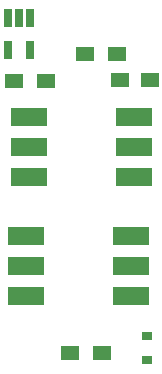
<source format=gbp>
G04 #@! TF.GenerationSoftware,KiCad,Pcbnew,5.1.7-a382d34a8~88~ubuntu18.04.1*
G04 #@! TF.CreationDate,2021-07-23T19:11:00+05:30*
G04 #@! TF.ProjectId,BackEnd_HeavyDevice_v2,4261636b-456e-4645-9f48-656176794465,rev?*
G04 #@! TF.SameCoordinates,Original*
G04 #@! TF.FileFunction,Paste,Bot*
G04 #@! TF.FilePolarity,Positive*
%FSLAX46Y46*%
G04 Gerber Fmt 4.6, Leading zero omitted, Abs format (unit mm)*
G04 Created by KiCad (PCBNEW 5.1.7-a382d34a8~88~ubuntu18.04.1) date 2021-07-23 19:11:00*
%MOMM*%
%LPD*%
G01*
G04 APERTURE LIST*
%ADD10R,1.500000X1.250000*%
%ADD11R,0.900000X0.800000*%
%ADD12R,1.500000X1.300000*%
%ADD13R,3.100000X1.600000*%
%ADD14R,0.650000X1.560000*%
G04 APERTURE END LIST*
D10*
X135884000Y-105357000D03*
X138384000Y-105357000D03*
D11*
X138136000Y-129124000D03*
X138136000Y-127024000D03*
D12*
X135611000Y-103152000D03*
X132911000Y-103152000D03*
X126909000Y-105474000D03*
X129609000Y-105474000D03*
X131646000Y-128468000D03*
X134346000Y-128468000D03*
D13*
X128156000Y-113629000D03*
X137046000Y-108549000D03*
X128156000Y-111089000D03*
X137046000Y-111089000D03*
X128156000Y-108549000D03*
X137046000Y-113629000D03*
D14*
X126357000Y-102824000D03*
X128257000Y-102824000D03*
X128257000Y-100124000D03*
X127307000Y-100124000D03*
X126357000Y-100124000D03*
D13*
X136835000Y-123670000D03*
X127945000Y-118590000D03*
X136835000Y-121130000D03*
X127945000Y-121130000D03*
X136835000Y-118590000D03*
X127945000Y-123670000D03*
M02*

</source>
